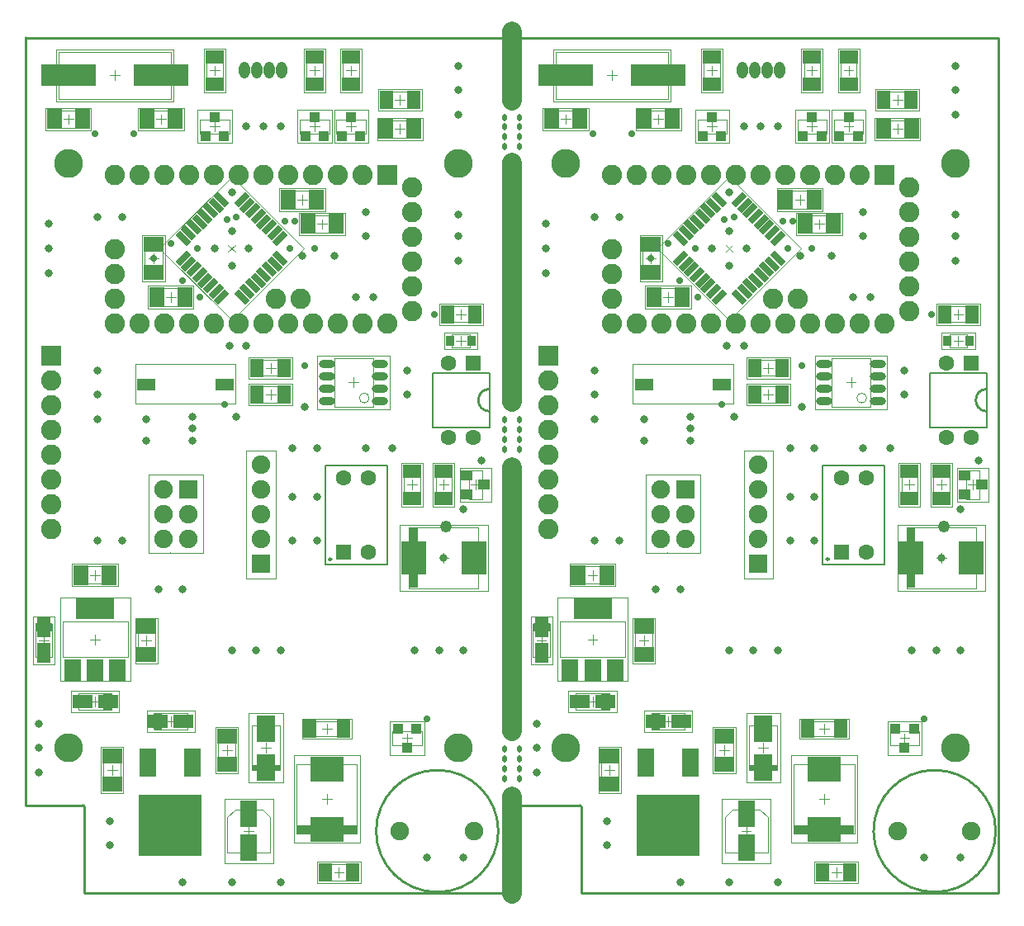
<source format=gts>
G04*
G04 #@! TF.GenerationSoftware,Altium Limited,Altium Designer,21.3.2 (30)*
G04*
G04 Layer_Color=8388736*
%FSLAX25Y25*%
%MOIN*%
G70*
G04*
G04 #@! TF.SameCoordinates,2132C70D-00E6-48B3-8683-B54ED86332B3*
G04*
G04*
G04 #@! TF.FilePolarity,Negative*
G04*
G01*
G75*
%ADD36C,0.01000*%
%ADD38C,0.00394*%
%ADD39C,0.00787*%
%ADD40C,0.07874*%
%ADD41C,0.01968*%
%ADD42R,0.03307X0.06692*%
%ADD43R,0.06692X0.03307*%
%ADD44R,0.03765X0.24488*%
%ADD45R,0.24488X0.03765*%
%ADD46R,0.11496X0.02436*%
%ADD47R,0.24488X0.03765*%
%ADD48C,0.00197*%
%ADD67R,0.05918X0.07887*%
%ADD68R,0.22453X0.08674*%
%ADD69R,0.07480X0.04724*%
%ADD70R,0.07887X0.05918*%
%ADD71R,0.07099X0.10642*%
%ADD72R,0.07887X0.05642*%
%ADD73R,0.05642X0.07887*%
%ADD74R,0.10446X0.13202*%
%ADD75R,0.13202X0.10446*%
%ADD76R,0.07493X0.10642*%
%ADD77R,0.03261X0.04068*%
%ADD78R,0.05721X0.07296*%
%ADD79O,0.06509X0.03162*%
%ADD80R,0.04627X0.03958*%
%ADD81R,0.06706X0.08674*%
%ADD82R,0.15761X0.08674*%
%ADD83R,0.03950X0.04343*%
%ADD84R,0.07296X0.05524*%
%ADD85R,0.05524X0.07296*%
%ADD86R,0.25603X0.24816*%
%ADD87R,0.06706X0.11824*%
G04:AMPARAMS|DCode=88|XSize=25.59mil|YSize=62.99mil|CornerRadius=0mil|HoleSize=0mil|Usage=FLASHONLY|Rotation=225.000|XOffset=0mil|YOffset=0mil|HoleType=Round|Shape=Rectangle|*
%AMROTATEDRECTD88*
4,1,4,-0.01322,0.03132,0.03132,-0.01322,0.01322,-0.03132,-0.03132,0.01322,-0.01322,0.03132,0.0*
%
%ADD88ROTATEDRECTD88*%

G04:AMPARAMS|DCode=89|XSize=25.59mil|YSize=62.99mil|CornerRadius=0mil|HoleSize=0mil|Usage=FLASHONLY|Rotation=315.000|XOffset=0mil|YOffset=0mil|HoleType=Round|Shape=Rectangle|*
%AMROTATEDRECTD89*
4,1,4,-0.03132,-0.01322,0.01322,0.03132,0.03132,0.01322,-0.01322,-0.03132,-0.03132,-0.01322,0.0*
%
%ADD89ROTATEDRECTD89*%

%ADD90C,0.08200*%
%ADD91R,0.08200X0.08200*%
%ADD92C,0.07493*%
%ADD93C,0.06312*%
%ADD94R,0.06312X0.06312*%
%ADD95O,0.04343X0.06706*%
%ADD96R,0.07493X0.07493*%
%ADD97R,0.08200X0.08200*%
%ADD98C,0.11627*%
%ADD99C,0.02800*%
%ADD100C,0.03300*%
%ADD101C,0.04800*%
D36*
X191282Y25589D02*
G03*
X191282Y25492I-24648J-97D01*
G01*
X123937Y135307D02*
G03*
X123937Y135307I-500J0D01*
G01*
X392069Y25589D02*
G03*
X392070Y25492I-24648J-97D01*
G01*
X324724Y135307D02*
G03*
X324724Y135307I-500J0D01*
G01*
X224911Y35425D02*
G03*
X224421Y35915I-490J0D01*
G01*
X24128Y35437D02*
G03*
X23984Y35783I-490J0D01*
G01*
D02*
G03*
X23618Y35935I-366J-366D01*
G01*
X500Y345956D02*
Y346000D01*
Y345956D02*
X393202D01*
Y500D02*
Y345956D01*
X224911Y500D02*
X393202D01*
X224911D02*
Y35425D01*
X199505Y35915D02*
X224421D01*
X199505Y500D02*
Y35915D01*
X199500Y500D02*
X199505D01*
X24128D02*
X199500D01*
X24128D02*
Y35437D01*
X499Y35935D02*
X23618D01*
X499D02*
Y36000D01*
X500D01*
Y346000D01*
X187593Y204036D02*
G03*
X187458Y195049I166J-4497D01*
G01*
X388381Y204036D02*
G03*
X388245Y195049I166J-4497D01*
G01*
D38*
X44713Y198209D02*
X85213D01*
Y214209D01*
X44713D02*
X85213D01*
X44713Y198209D02*
Y214209D01*
X72008Y145630D02*
Y161484D01*
X50197Y169543D02*
X62008D01*
X50197Y137953D02*
Y169543D01*
X72008Y161484D02*
Y169543D01*
X58697D02*
X72102D01*
X58858Y137953D02*
Y138043D01*
X50197Y137953D02*
X72102D01*
X72008D02*
Y145630D01*
X89567Y127638D02*
Y179213D01*
X101378D01*
Y127638D02*
Y179213D01*
X89567Y127638D02*
X101378D01*
X82270Y262219D02*
X85053Y259435D01*
X82270Y259435D02*
X85053Y262219D01*
X54570Y260827D02*
X83661Y289918D01*
Y231735D02*
X112753Y260827D01*
X54570D02*
X83661Y231735D01*
Y289918D02*
X112753Y260827D01*
X245500Y198209D02*
X286000D01*
Y214209D01*
X245500D02*
X286000D01*
X245500Y198209D02*
Y214209D01*
X272795Y145630D02*
Y161484D01*
X250984Y169543D02*
X262795D01*
X250984Y137953D02*
Y169543D01*
X272795Y161484D02*
Y169543D01*
X259484D02*
X272890D01*
X259646Y137953D02*
Y138043D01*
X250984Y137953D02*
X272890D01*
X272795D02*
Y145630D01*
X290354Y127638D02*
Y179213D01*
X302165D01*
Y127638D02*
Y179213D01*
X290354Y127638D02*
X302165D01*
X283057Y262219D02*
X285841Y259435D01*
X283057Y259435D02*
X285841Y262219D01*
X255357Y260827D02*
X284449Y289918D01*
Y231735D02*
X313540Y260827D01*
X255357D02*
X284449Y231735D01*
Y289918D02*
X313540Y260827D01*
X139173Y200394D02*
G03*
X139173Y200394I-1969J0D01*
G01*
X105512Y284055D02*
X118898D01*
X105512Y276969D02*
X118898D01*
X105512D02*
Y284055D01*
X118898Y276969D02*
Y284055D01*
X59153Y321161D02*
Y340256D01*
X13681Y321161D02*
Y340256D01*
Y321161D02*
X59153D01*
X13681Y340256D02*
X59153D01*
X55709Y250197D02*
Y263583D01*
X48622Y250197D02*
Y263583D01*
X55709D01*
X48622Y250197D02*
X55709D01*
X96063Y34252D02*
X99213Y31102D01*
X81890Y16929D02*
X99213Y16732D01*
X81890Y31102D02*
X85039Y34252D01*
X96063D01*
X99213Y16732D02*
Y31102D01*
X81890Y16929D02*
Y31102D01*
X78150Y64764D02*
X85236D01*
X78150Y51378D02*
X85236D01*
Y64764D01*
X78150Y51378D02*
Y64764D01*
X52362Y66536D02*
X65807D01*
X52362Y73228D02*
X65807D01*
Y66536D02*
Y73228D01*
X52362Y66536D02*
Y73228D01*
X31890Y43504D02*
X38976D01*
X31890Y56890D02*
X38976D01*
X31890Y43504D02*
Y56890D01*
X38976Y43504D02*
Y56890D01*
X21791Y81102D02*
X35236D01*
X21791Y74410D02*
X35236D01*
X21791D02*
Y81102D01*
X35236Y74410D02*
Y81102D01*
X45669Y109055D02*
X52756D01*
X45669Y95669D02*
X52756D01*
Y109055D01*
X45669Y95669D02*
Y109055D01*
X4528Y95847D02*
Y109291D01*
X11220Y95847D02*
Y109291D01*
X4528Y95847D02*
X11220D01*
X4528Y109291D02*
X11220D01*
X35236Y125394D02*
Y132480D01*
X21850Y125394D02*
Y132480D01*
Y125394D02*
X35236D01*
X21850Y132480D02*
X35236D01*
X52362Y237598D02*
Y244685D01*
X65748Y237598D02*
Y244685D01*
X52362D02*
X65748D01*
X52362Y237598D02*
X65748D01*
X113386Y274213D02*
X126772D01*
X113386Y267126D02*
X126772D01*
X113386D02*
Y274213D01*
X126772Y267126D02*
Y274213D01*
X158268Y305512D02*
Y312598D01*
X144882Y305512D02*
Y312598D01*
Y305512D02*
X158268D01*
X144882Y312598D02*
X158268D01*
X48425Y316535D02*
X61811D01*
X48425Y309449D02*
X61811D01*
X48425D02*
Y316535D01*
X61811Y309449D02*
Y316535D01*
X11024Y309449D02*
Y316535D01*
X24409Y309449D02*
Y316535D01*
X11024D02*
X24409D01*
X11024Y309449D02*
X24409D01*
X183287Y123583D02*
Y148071D01*
X155295Y123583D02*
Y148071D01*
Y123583D02*
X183287D01*
X155295Y148071D02*
X183287D01*
X109803Y24390D02*
Y52382D01*
X134291Y24390D02*
Y52382D01*
X109803Y24390D02*
X134291D01*
X109803Y52382D02*
X134291D01*
X91693Y68110D02*
X103189D01*
X91693Y50000D02*
X103189D01*
Y68110D01*
X91693Y50000D02*
Y68110D01*
X172638Y220768D02*
Y226083D01*
X179724Y220768D02*
Y226083D01*
X172638D02*
X179724D01*
X172638Y220768D02*
X179724D01*
X115945Y63878D02*
Y69980D01*
X128150Y63878D02*
Y69980D01*
X115945D02*
X128150D01*
X115945Y63878D02*
X128150D01*
X125000Y216535D02*
X140748D01*
X125000Y196850D02*
X140748D01*
X125000D02*
Y216535D01*
X140748Y196850D02*
Y216535D01*
X179331Y159449D02*
X184843D01*
X179331Y171260D02*
X184843D01*
Y159449D02*
Y171260D01*
X179331Y159449D02*
Y171260D01*
X15354Y95669D02*
X41732D01*
X15354Y110236D02*
X41732D01*
X15354Y95669D02*
Y110236D01*
X41732Y95669D02*
Y110236D01*
X148622Y60236D02*
Y65748D01*
Y60236D02*
X160433D01*
X148622Y65748D02*
X160433D01*
Y60236D02*
Y65748D01*
X82677Y307283D02*
Y312795D01*
X70866D02*
X82677D01*
X70866Y307283D02*
X82677D01*
X70866D02*
Y312795D01*
X123031Y307283D02*
Y312795D01*
X111221D02*
X123031D01*
X111221Y307283D02*
X123031D01*
X111221D02*
Y312795D01*
X137795Y307283D02*
Y312795D01*
X125984D02*
X137795D01*
X125984Y307283D02*
X137795D01*
X125984D02*
Y312795D01*
X153248Y158957D02*
Y171752D01*
X159744Y158957D02*
Y171752D01*
X153248Y158957D02*
X159744D01*
X153248Y171752D02*
X159744D01*
X169783Y237500D02*
X182579D01*
X169783Y231004D02*
X182579D01*
X169783D02*
Y237500D01*
X182579Y231004D02*
Y237500D01*
X172539Y158957D02*
Y171752D01*
X166043Y158957D02*
Y171752D01*
X172539D01*
X166043Y158957D02*
X172539D01*
X120571Y12106D02*
X133366D01*
X120571Y5610D02*
X133366D01*
X120571D02*
Y12106D01*
X133366Y5610D02*
Y12106D01*
X145177Y324114D02*
X157972D01*
X145177Y317618D02*
X157972D01*
X145177D02*
Y324114D01*
X157972Y317618D02*
Y324114D01*
X80020Y326279D02*
Y339075D01*
X73524Y326279D02*
Y339075D01*
X80020D01*
X73524Y326279D02*
X80020D01*
X120374D02*
Y339075D01*
X113878Y326279D02*
Y339075D01*
X120374D01*
X113878Y326279D02*
X120374D01*
X135138D02*
Y339075D01*
X128642Y326279D02*
Y339075D01*
X135138D01*
X128642Y326279D02*
X135138D01*
X93012Y209350D02*
X105807D01*
X93012Y215846D02*
X105807D01*
Y209350D02*
Y215846D01*
X93012Y209350D02*
Y215846D01*
Y198524D02*
X105807D01*
X93012Y205020D02*
X105807D01*
Y198524D02*
Y205020D01*
X93012Y198524D02*
Y205020D01*
X339961Y200394D02*
G03*
X339961Y200394I-1969J0D01*
G01*
X306299Y284055D02*
X319685D01*
X306299Y276969D02*
X319685D01*
X306299D02*
Y284055D01*
X319685Y276969D02*
Y284055D01*
X259941Y321161D02*
Y340256D01*
X214469Y321161D02*
Y340256D01*
Y321161D02*
X259941D01*
X214469Y340256D02*
X259941D01*
X256496Y250197D02*
Y263583D01*
X249410Y250197D02*
Y263583D01*
X256496D01*
X249410Y250197D02*
X256496D01*
X296850Y34252D02*
X300000Y31102D01*
X282677Y16929D02*
X300000Y16732D01*
X282677Y31102D02*
X285827Y34252D01*
X296850D01*
X300000Y16732D02*
Y31102D01*
X282677Y16929D02*
Y31102D01*
X278937Y64764D02*
X286024D01*
X278937Y51378D02*
X286024D01*
Y64764D01*
X278937Y51378D02*
Y64764D01*
X253150Y66536D02*
X266594D01*
X253150Y73228D02*
X266594D01*
Y66536D02*
Y73228D01*
X253150Y66536D02*
Y73228D01*
X232677Y43504D02*
X239764D01*
X232677Y56890D02*
X239764D01*
X232677Y43504D02*
Y56890D01*
X239764Y43504D02*
Y56890D01*
X222579Y81102D02*
X236024D01*
X222579Y74410D02*
X236024D01*
X222579D02*
Y81102D01*
X236024Y74410D02*
Y81102D01*
X246457Y109055D02*
X253543D01*
X246457Y95669D02*
X253543D01*
Y109055D01*
X246457Y95669D02*
Y109055D01*
X205315Y95847D02*
Y109291D01*
X212007Y95847D02*
Y109291D01*
X205315Y95847D02*
X212007D01*
X205315Y109291D02*
X212007D01*
X236024Y125394D02*
Y132480D01*
X222638Y125394D02*
Y132480D01*
Y125394D02*
X236024D01*
X222638Y132480D02*
X236024D01*
X253150Y237598D02*
Y244685D01*
X266535Y237598D02*
Y244685D01*
X253150D02*
X266535D01*
X253150Y237598D02*
X266535D01*
X314173Y274213D02*
X327559D01*
X314173Y267126D02*
X327559D01*
X314173D02*
Y274213D01*
X327559Y267126D02*
Y274213D01*
X359055Y305512D02*
Y312598D01*
X345669Y305512D02*
Y312598D01*
Y305512D02*
X359055D01*
X345669Y312598D02*
X359055D01*
X249213Y316535D02*
X262598D01*
X249213Y309449D02*
X262598D01*
X249213D02*
Y316535D01*
X262598Y309449D02*
Y316535D01*
X211811Y309449D02*
Y316535D01*
X225197Y309449D02*
Y316535D01*
X211811D02*
X225197D01*
X211811Y309449D02*
X225197D01*
X384075Y123583D02*
Y148071D01*
X356083Y123583D02*
Y148071D01*
Y123583D02*
X384075D01*
X356083Y148071D02*
X384075D01*
X310591Y24390D02*
Y52382D01*
X335079Y24390D02*
Y52382D01*
X310591Y24390D02*
X335079D01*
X310591Y52382D02*
X335079D01*
X292480Y68110D02*
X303976D01*
X292480Y50000D02*
X303976D01*
Y68110D01*
X292480Y50000D02*
Y68110D01*
X373425Y220768D02*
Y226083D01*
X380512Y220768D02*
Y226083D01*
X373425D02*
X380512D01*
X373425Y220768D02*
X380512D01*
X316732Y63878D02*
Y69980D01*
X328937Y63878D02*
Y69980D01*
X316732D02*
X328937D01*
X316732Y63878D02*
X328937D01*
X325787Y216535D02*
X341535D01*
X325787Y196850D02*
X341535D01*
X325787D02*
Y216535D01*
X341535Y196850D02*
Y216535D01*
X380118Y159449D02*
X385630D01*
X380118Y171260D02*
X385630D01*
Y159449D02*
Y171260D01*
X380118Y159449D02*
Y171260D01*
X216142Y95669D02*
X242520D01*
X216142Y110236D02*
X242520D01*
X216142Y95669D02*
Y110236D01*
X242520Y95669D02*
Y110236D01*
X349410Y60236D02*
Y65748D01*
Y60236D02*
X361221D01*
X349410Y65748D02*
X361221D01*
Y60236D02*
Y65748D01*
X283465Y307283D02*
Y312795D01*
X271654D02*
X283465D01*
X271654Y307283D02*
X283465D01*
X271654D02*
Y312795D01*
X323819Y307283D02*
Y312795D01*
X312008D02*
X323819D01*
X312008Y307283D02*
X323819D01*
X312008D02*
Y312795D01*
X338583Y307283D02*
Y312795D01*
X326772D02*
X338583D01*
X326772Y307283D02*
X338583D01*
X326772D02*
Y312795D01*
X354035Y158957D02*
Y171752D01*
X360531Y158957D02*
Y171752D01*
X354035Y158957D02*
X360531D01*
X354035Y171752D02*
X360531D01*
X370571Y237500D02*
X383366D01*
X370571Y231004D02*
X383366D01*
X370571D02*
Y237500D01*
X383366Y231004D02*
Y237500D01*
X373327Y158957D02*
Y171752D01*
X366831Y158957D02*
Y171752D01*
X373327D01*
X366831Y158957D02*
X373327D01*
X321358Y12106D02*
X334154D01*
X321358Y5610D02*
X334154D01*
X321358D02*
Y12106D01*
X334154Y5610D02*
Y12106D01*
X345965Y324114D02*
X358760D01*
X345965Y317618D02*
X358760D01*
X345965D02*
Y324114D01*
X358760Y317618D02*
Y324114D01*
X280807Y326279D02*
Y339075D01*
X274311Y326279D02*
Y339075D01*
X280807D01*
X274311Y326279D02*
X280807D01*
X321161D02*
Y339075D01*
X314665Y326279D02*
Y339075D01*
X321161D01*
X314665Y326279D02*
X321161D01*
X335925D02*
Y339075D01*
X329429Y326279D02*
Y339075D01*
X335925D01*
X329429Y326279D02*
X335925D01*
X293799Y209350D02*
X306594D01*
X293799Y215846D02*
X306594D01*
Y209350D02*
Y215846D01*
X293799Y209350D02*
Y215846D01*
Y198524D02*
X306594D01*
X293799Y205020D02*
X306594D01*
Y198524D02*
Y205020D01*
X293799Y198524D02*
Y205020D01*
X112205Y278543D02*
Y282480D01*
X110236Y280512D02*
X114173D01*
X34449Y330709D02*
X38386D01*
X36417Y328740D02*
Y332677D01*
X50197Y256890D02*
X54134D01*
X52165Y254921D02*
Y258858D01*
X90551Y23622D02*
Y27559D01*
X88583Y25591D02*
X92520D01*
X81693Y56102D02*
Y60039D01*
X79724Y58071D02*
X83661D01*
X59055Y67913D02*
Y71850D01*
X57087Y69882D02*
X61024D01*
X35433Y48228D02*
Y52165D01*
X33465Y50197D02*
X37402D01*
X28543Y75787D02*
Y79724D01*
X26575Y77756D02*
X30512D01*
X49213Y100394D02*
Y104331D01*
X47244Y102362D02*
X51181D01*
X5906Y102598D02*
X9843D01*
X7874Y100630D02*
Y104567D01*
X26575Y128937D02*
X30512D01*
X28543Y126969D02*
Y130905D01*
X57087Y241142D02*
X61024D01*
X59055Y239173D02*
Y243110D01*
X120079Y268701D02*
Y272638D01*
X118110Y270669D02*
X122047D01*
X149606Y309055D02*
X153543D01*
X151575Y307087D02*
Y311024D01*
X55118D02*
Y314961D01*
X53150Y312992D02*
X57087D01*
X15748D02*
X19685D01*
X17717Y311024D02*
Y314961D01*
X167323Y135827D02*
X171260D01*
X169291Y133858D02*
Y137795D01*
X120079Y38386D02*
X124016D01*
X122047Y36417D02*
Y40354D01*
X97441Y57087D02*
Y61024D01*
X95472Y59055D02*
X99409D01*
X174213Y223425D02*
X178150D01*
X176181Y221457D02*
Y225394D01*
X120079Y66929D02*
X124016D01*
X122047Y64961D02*
Y68898D01*
X132874Y204724D02*
Y208661D01*
X130905Y206693D02*
X134843D01*
X182087Y163386D02*
Y167323D01*
X180118Y165354D02*
X184055D01*
X28543Y100984D02*
Y104921D01*
X26575Y102953D02*
X30512D01*
X154528Y61024D02*
Y64961D01*
X152559Y62992D02*
X156496D01*
X76772Y308071D02*
Y312008D01*
X74803Y310039D02*
X78740D01*
X117126Y308071D02*
Y312008D01*
X115157Y310039D02*
X119095D01*
X131890Y308071D02*
Y312008D01*
X129921Y310039D02*
X133858D01*
X154528Y165354D02*
X158465D01*
X156496Y163386D02*
Y167323D01*
X176181Y232283D02*
Y236221D01*
X174213Y234252D02*
X178150D01*
X167323Y165354D02*
X171260D01*
X169291Y163386D02*
Y167323D01*
X126969Y6890D02*
Y10827D01*
X125000Y8858D02*
X128937D01*
X151575Y318898D02*
Y322835D01*
X149606Y320866D02*
X153543D01*
X74803Y332677D02*
X78740D01*
X76772Y330709D02*
Y334646D01*
X115157Y332677D02*
X119095D01*
X117126Y330709D02*
Y334646D01*
X129921Y332677D02*
X133858D01*
X131890Y330709D02*
Y334646D01*
X99410Y210630D02*
Y214567D01*
X97441Y212598D02*
X101378D01*
X99410Y199803D02*
Y203740D01*
X97441Y201772D02*
X101378D01*
X312992Y278543D02*
Y282480D01*
X311024Y280512D02*
X314961D01*
X235236Y330709D02*
X239173D01*
X237205Y328740D02*
Y332677D01*
X250984Y256890D02*
X254921D01*
X252953Y254921D02*
Y258858D01*
X291339Y23622D02*
Y27559D01*
X289370Y25591D02*
X293307D01*
X282480Y56102D02*
Y60039D01*
X280512Y58071D02*
X284449D01*
X259842Y67913D02*
Y71850D01*
X257874Y69882D02*
X261811D01*
X236221Y48228D02*
Y52165D01*
X234252Y50197D02*
X238189D01*
X229331Y75787D02*
Y79724D01*
X227362Y77756D02*
X231299D01*
X250000Y100394D02*
Y104331D01*
X248031Y102362D02*
X251969D01*
X206693Y102598D02*
X210630D01*
X208661Y100630D02*
Y104567D01*
X227362Y128937D02*
X231299D01*
X229331Y126969D02*
Y130905D01*
X257874Y241142D02*
X261811D01*
X259842Y239173D02*
Y243110D01*
X320866Y268701D02*
Y272638D01*
X318898Y270669D02*
X322835D01*
X350394Y309055D02*
X354331D01*
X352362Y307087D02*
Y311024D01*
X255906D02*
Y314961D01*
X253937Y312992D02*
X257874D01*
X216535D02*
X220473D01*
X218504Y311024D02*
Y314961D01*
X368110Y135827D02*
X372047D01*
X370079Y133858D02*
Y137795D01*
X320866Y38386D02*
X324803D01*
X322835Y36417D02*
Y40354D01*
X298228Y57087D02*
Y61024D01*
X296260Y59055D02*
X300197D01*
X375000Y223425D02*
X378937D01*
X376969Y221457D02*
Y225394D01*
X320866Y66929D02*
X324803D01*
X322835Y64961D02*
Y68898D01*
X333661Y204724D02*
Y208661D01*
X331693Y206693D02*
X335630D01*
X382874Y163386D02*
Y167323D01*
X380906Y165354D02*
X384842D01*
X229331Y100984D02*
Y104921D01*
X227362Y102953D02*
X231299D01*
X355315Y61024D02*
Y64961D01*
X353346Y62992D02*
X357283D01*
X277559Y308071D02*
Y312008D01*
X275590Y310039D02*
X279528D01*
X317913Y308071D02*
Y312008D01*
X315945Y310039D02*
X319882D01*
X332677Y308071D02*
Y312008D01*
X330709Y310039D02*
X334646D01*
X355315Y165354D02*
X359252D01*
X357283Y163386D02*
Y167323D01*
X376969Y232283D02*
Y236221D01*
X375000Y234252D02*
X378937D01*
X368110Y165354D02*
X372047D01*
X370079Y163386D02*
Y167323D01*
X327756Y6890D02*
Y10827D01*
X325787Y8858D02*
X329724D01*
X352362Y318898D02*
Y322835D01*
X350394Y320866D02*
X354331D01*
X275591Y332677D02*
X279528D01*
X277559Y330709D02*
Y334646D01*
X315945Y332677D02*
X319882D01*
X317913Y330709D02*
Y334646D01*
X330709Y332677D02*
X334646D01*
X332677Y330709D02*
Y334646D01*
X300197Y210630D02*
Y214567D01*
X298228Y212598D02*
X302165D01*
X300197Y199803D02*
Y203740D01*
X298228Y201772D02*
X302165D01*
D39*
X121437Y173307D02*
X146437D01*
Y133307D02*
Y173307D01*
X121437Y133307D02*
X146437D01*
X121437D02*
Y173307D01*
Y133307D02*
Y173307D01*
X322224D02*
X347224D01*
Y133307D02*
Y173307D01*
X322224Y133307D02*
X347224D01*
X322224D02*
Y173307D01*
Y133307D02*
Y173307D01*
X164760Y188567D02*
Y210567D01*
Y188567D02*
X187760D01*
X164760Y210567D02*
X187760D01*
Y188567D02*
Y210567D01*
X365547Y188567D02*
Y210567D01*
Y188567D02*
X388547D01*
X365547Y210567D02*
X388547D01*
Y188567D02*
Y210567D01*
D40*
X196850Y0D02*
Y39370D01*
X196883Y65927D02*
Y172424D01*
X196850Y198819D02*
Y295472D01*
Y198819D02*
Y295472D01*
X196845Y320500D02*
Y348500D01*
D41*
X199803Y46244D02*
Y47244D01*
Y50181D02*
Y51181D01*
Y54118D02*
Y55118D01*
Y58055D02*
Y59055D01*
X193898Y58055D02*
Y59055D01*
Y54118D02*
Y55118D01*
Y50181D02*
Y51181D01*
Y46244D02*
Y47244D01*
X199836Y179207D02*
Y180207D01*
Y183144D02*
Y184144D01*
Y187081D02*
Y188081D01*
Y191018D02*
Y192018D01*
X193931Y191018D02*
Y192018D01*
Y187081D02*
Y188081D01*
Y183144D02*
Y184144D01*
Y179207D02*
Y180207D01*
X199803Y313280D02*
Y314280D01*
Y309343D02*
Y310343D01*
Y305405D02*
Y306405D01*
Y301468D02*
Y302468D01*
X193898Y301468D02*
Y302468D01*
Y305405D02*
Y306405D01*
Y309343D02*
Y310343D01*
Y313280D02*
Y314280D01*
D42*
X53959Y69881D02*
D03*
X33640Y77755D02*
D03*
X254746Y69881D02*
D03*
X234427Y77755D02*
D03*
D43*
X7873Y107696D02*
D03*
X208661D02*
D03*
D44*
X157178Y135827D02*
D03*
X357965D02*
D03*
D45*
X122047Y26272D02*
D03*
D46*
X97443Y51219D02*
D03*
X298231D02*
D03*
D47*
X322835Y26272D02*
D03*
D48*
X102953Y285039D02*
X121457D01*
X102953Y275984D02*
X121457D01*
X102953D02*
Y285039D01*
X121457Y275984D02*
Y285039D01*
X60138Y320177D02*
Y341240D01*
X12697Y320177D02*
Y341240D01*
Y320177D02*
X60138D01*
X12697Y341240D02*
X60138D01*
X56693Y247638D02*
Y266142D01*
X47638Y247638D02*
Y266142D01*
X56693D01*
X47638Y247638D02*
X56693D01*
X80709Y38583D02*
X100394D01*
X80709Y12598D02*
X100394D01*
Y38583D01*
X80709Y12598D02*
Y38583D01*
X77165Y67323D02*
X86221D01*
X77165Y48819D02*
X86221D01*
Y67323D01*
X77165Y48819D02*
Y67323D01*
X49370Y65551D02*
Y74213D01*
Y65551D02*
X68740D01*
X49370Y74213D02*
X68740D01*
Y65551D02*
Y74213D01*
X30906Y40945D02*
X39961D01*
X30906Y59449D02*
X39961D01*
X30906Y40945D02*
Y59449D01*
X39961Y40945D02*
Y59449D01*
X38228Y73425D02*
Y82087D01*
X18858D02*
X38228D01*
X18858Y73425D02*
X38228D01*
X18858D02*
Y82087D01*
X44685Y111614D02*
X53740D01*
X44685Y93110D02*
X53740D01*
Y111614D01*
X44685Y93110D02*
Y111614D01*
X3543Y112284D02*
X12205D01*
X3543Y92913D02*
Y112284D01*
X12205Y92913D02*
Y112284D01*
X3543Y92913D02*
X12205D01*
X37795Y124409D02*
Y133465D01*
X19291Y124409D02*
Y133465D01*
Y124409D02*
X37795D01*
X19291Y133465D02*
X37795D01*
X49803Y236614D02*
Y245669D01*
X68307Y236614D02*
Y245669D01*
X49803D02*
X68307D01*
X49803Y236614D02*
X68307D01*
X110827Y275197D02*
X129331D01*
X110827Y266142D02*
X129331D01*
X110827D02*
Y275197D01*
X129331Y266142D02*
Y275197D01*
X160827Y304528D02*
Y313583D01*
X142323Y304528D02*
Y313583D01*
Y304528D02*
X160827D01*
X142323Y313583D02*
X160827D01*
X45866Y317520D02*
X64370D01*
X45866Y308465D02*
X64370D01*
X45866D02*
Y317520D01*
X64370Y308465D02*
Y317520D01*
X8465Y308465D02*
Y317520D01*
X26969Y308465D02*
Y317520D01*
X8465D02*
X26969D01*
X8465Y308465D02*
X26969D01*
X187008Y122441D02*
Y149213D01*
X151575Y122441D02*
Y149213D01*
Y122441D02*
X187008D01*
X151575Y149213D02*
X187008D01*
X108661Y20669D02*
Y56102D01*
X135433Y20669D02*
Y56102D01*
X108661Y20669D02*
X135433D01*
X108661Y56102D02*
X135433D01*
X90551Y73055D02*
X104331D01*
X90551Y45055D02*
X104331D01*
Y73055D01*
X90551Y45055D02*
Y73055D01*
X169488Y220079D02*
Y226772D01*
X182874Y220079D02*
Y226772D01*
X169488D02*
X182874D01*
X169488Y220079D02*
X182874D01*
X112008Y62894D02*
Y70965D01*
X132087Y62894D02*
Y70965D01*
X112008D02*
X132087D01*
X112008Y62894D02*
X132087D01*
X118307Y217520D02*
X147441D01*
X118307Y195866D02*
X147441D01*
X118307D02*
Y217520D01*
X147441Y195866D02*
Y217520D01*
X175787Y158465D02*
X188386D01*
X175787Y172244D02*
X188386D01*
Y158465D02*
Y172244D01*
X175787Y158465D02*
Y172244D01*
X14370Y86221D02*
X42717D01*
X14370Y119685D02*
X42717D01*
X14370Y86221D02*
Y119685D01*
X42717Y86221D02*
Y119685D01*
X147638Y69685D02*
X161417D01*
X147638Y56299D02*
X161417D01*
Y69685D01*
X147638Y56299D02*
Y69685D01*
X69882Y303346D02*
X83661D01*
X69882Y316732D02*
X83661D01*
X69882Y303346D02*
Y316732D01*
X83661Y303346D02*
Y316732D01*
X110236Y303346D02*
X124016D01*
X110236Y316732D02*
X124016D01*
X110236Y303346D02*
Y316732D01*
X124016Y303346D02*
Y316732D01*
X125000Y303346D02*
X138779D01*
X125000Y316732D02*
X138779D01*
X125000Y303346D02*
Y316732D01*
X138779Y303346D02*
Y316732D01*
X152165Y156496D02*
Y174213D01*
X160827Y156496D02*
Y174213D01*
X152165Y156496D02*
X160827D01*
X152165Y174213D02*
X160827D01*
X167323Y238583D02*
X185039D01*
X167323Y229921D02*
X185039D01*
X167323D02*
Y238583D01*
X185039Y229921D02*
Y238583D01*
X173622Y156496D02*
Y174213D01*
X164961Y156496D02*
Y174213D01*
X173622D01*
X164961Y156496D02*
X173622D01*
X118110Y13189D02*
X135827D01*
X118110Y4528D02*
X135827D01*
X118110D02*
Y13189D01*
X135827Y4528D02*
Y13189D01*
X142717Y325197D02*
X160433D01*
X142717Y316535D02*
X160433D01*
X142717D02*
Y325197D01*
X160433Y316535D02*
Y325197D01*
X81102Y323819D02*
Y341535D01*
X72441Y323819D02*
Y341535D01*
X81102D01*
X72441Y323819D02*
X81102D01*
X121457D02*
Y341535D01*
X112795Y323819D02*
Y341535D01*
X121457D01*
X112795Y323819D02*
X121457D01*
X136221D02*
Y341535D01*
X127559Y323819D02*
Y341535D01*
X136221D01*
X127559Y323819D02*
X136221D01*
X90551Y208268D02*
X108268D01*
X90551Y216929D02*
X108268D01*
Y208268D02*
Y216929D01*
X90551Y208268D02*
Y216929D01*
Y197441D02*
X108268D01*
X90551Y206102D02*
X108268D01*
Y197441D02*
Y206102D01*
X90551Y197441D02*
Y206102D01*
X303740Y285039D02*
X322244D01*
X303740Y275984D02*
X322244D01*
X303740D02*
Y285039D01*
X322244Y275984D02*
Y285039D01*
X260925Y320177D02*
Y341240D01*
X213484Y320177D02*
Y341240D01*
Y320177D02*
X260925D01*
X213484Y341240D02*
X260925D01*
X257480Y247638D02*
Y266142D01*
X248425Y247638D02*
Y266142D01*
X257480D01*
X248425Y247638D02*
X257480D01*
X281496Y38583D02*
X301181D01*
X281496Y12598D02*
X301181D01*
Y38583D01*
X281496Y12598D02*
Y38583D01*
X277953Y67323D02*
X287008D01*
X277953Y48819D02*
X287008D01*
Y67323D01*
X277953Y48819D02*
Y67323D01*
X250157Y65551D02*
Y74213D01*
Y65551D02*
X269528D01*
X250157Y74213D02*
X269528D01*
Y65551D02*
Y74213D01*
X231693Y40945D02*
X240748D01*
X231693Y59449D02*
X240748D01*
X231693Y40945D02*
Y59449D01*
X240748Y40945D02*
Y59449D01*
X239016Y73425D02*
Y82087D01*
X219646D02*
X239016D01*
X219646Y73425D02*
X239016D01*
X219646D02*
Y82087D01*
X245472Y111614D02*
X254528D01*
X245472Y93110D02*
X254528D01*
Y111614D01*
X245472Y93110D02*
Y111614D01*
X204331Y112284D02*
X212992D01*
X204331Y92913D02*
Y112284D01*
X212992Y92913D02*
Y112284D01*
X204331Y92913D02*
X212992D01*
X238583Y124409D02*
Y133465D01*
X220079Y124409D02*
Y133465D01*
Y124409D02*
X238583D01*
X220079Y133465D02*
X238583D01*
X250591Y236614D02*
Y245669D01*
X269094Y236614D02*
Y245669D01*
X250591D02*
X269094D01*
X250591Y236614D02*
X269094D01*
X311614Y275197D02*
X330118D01*
X311614Y266142D02*
X330118D01*
X311614D02*
Y275197D01*
X330118Y266142D02*
Y275197D01*
X361614Y304528D02*
Y313583D01*
X343110Y304528D02*
Y313583D01*
Y304528D02*
X361614D01*
X343110Y313583D02*
X361614D01*
X246654Y317520D02*
X265158D01*
X246654Y308465D02*
X265158D01*
X246654D02*
Y317520D01*
X265158Y308465D02*
Y317520D01*
X209252Y308465D02*
Y317520D01*
X227756Y308465D02*
Y317520D01*
X209252D02*
X227756D01*
X209252Y308465D02*
X227756D01*
X387795Y122441D02*
Y149213D01*
X352362Y122441D02*
Y149213D01*
Y122441D02*
X387795D01*
X352362Y149213D02*
X387795D01*
X309449Y20669D02*
Y56102D01*
X336221Y20669D02*
Y56102D01*
X309449Y20669D02*
X336221D01*
X309449Y56102D02*
X336221D01*
X291339Y73055D02*
X305118D01*
X291339Y45055D02*
X305118D01*
Y73055D01*
X291339Y45055D02*
Y73055D01*
X370276Y220079D02*
Y226772D01*
X383661Y220079D02*
Y226772D01*
X370276D02*
X383661D01*
X370276Y220079D02*
X383661D01*
X312795Y62894D02*
Y70965D01*
X332874Y62894D02*
Y70965D01*
X312795D02*
X332874D01*
X312795Y62894D02*
X332874D01*
X319094Y217520D02*
X348228D01*
X319094Y195866D02*
X348228D01*
X319094D02*
Y217520D01*
X348228Y195866D02*
Y217520D01*
X376575Y158465D02*
X389173D01*
X376575Y172244D02*
X389173D01*
Y158465D02*
Y172244D01*
X376575Y158465D02*
Y172244D01*
X215158Y86221D02*
X243504D01*
X215158Y119685D02*
X243504D01*
X215158Y86221D02*
Y119685D01*
X243504Y86221D02*
Y119685D01*
X348425Y69685D02*
X362205D01*
X348425Y56299D02*
X362205D01*
Y69685D01*
X348425Y56299D02*
Y69685D01*
X270669Y303346D02*
X284449D01*
X270669Y316732D02*
X284449D01*
X270669Y303346D02*
Y316732D01*
X284449Y303346D02*
Y316732D01*
X311024Y303346D02*
X324803D01*
X311024Y316732D02*
X324803D01*
X311024Y303346D02*
Y316732D01*
X324803Y303346D02*
Y316732D01*
X325787Y303346D02*
X339567D01*
X325787Y316732D02*
X339567D01*
X325787Y303346D02*
Y316732D01*
X339567Y303346D02*
Y316732D01*
X352953Y156496D02*
Y174213D01*
X361614Y156496D02*
Y174213D01*
X352953Y156496D02*
X361614D01*
X352953Y174213D02*
X361614D01*
X368110Y238583D02*
X385827D01*
X368110Y229921D02*
X385827D01*
X368110D02*
Y238583D01*
X385827Y229921D02*
Y238583D01*
X374410Y156496D02*
Y174213D01*
X365748Y156496D02*
Y174213D01*
X374410D01*
X365748Y156496D02*
X374410D01*
X318898Y13189D02*
X336614D01*
X318898Y4528D02*
X336614D01*
X318898D02*
Y13189D01*
X336614Y4528D02*
Y13189D01*
X343504Y325197D02*
X361221D01*
X343504Y316535D02*
X361221D01*
X343504D02*
Y325197D01*
X361221Y316535D02*
Y325197D01*
X281890Y323819D02*
Y341535D01*
X273228Y323819D02*
Y341535D01*
X281890D01*
X273228Y323819D02*
X281890D01*
X322244D02*
Y341535D01*
X313583Y323819D02*
Y341535D01*
X322244D01*
X313583Y323819D02*
X322244D01*
X337008D02*
Y341535D01*
X328346Y323819D02*
Y341535D01*
X337008D01*
X328346Y323819D02*
X337008D01*
X291339Y208268D02*
X309055D01*
X291339Y216929D02*
X309055D01*
Y208268D02*
Y216929D01*
X291339Y208268D02*
Y216929D01*
Y197441D02*
X309055D01*
X291339Y206102D02*
X309055D01*
Y197441D02*
Y206102D01*
X291339Y197441D02*
Y206102D01*
D67*
X106496Y280512D02*
D03*
X117913D02*
D03*
X34252Y128937D02*
D03*
X22835D02*
D03*
X53347Y241142D02*
D03*
X64764D02*
D03*
X114370Y270669D02*
D03*
X125787D02*
D03*
X157283Y309055D02*
D03*
X145866D02*
D03*
X49409Y312992D02*
D03*
X60827D02*
D03*
X12008D02*
D03*
X23425D02*
D03*
X307283Y280512D02*
D03*
X318701D02*
D03*
X235039Y128937D02*
D03*
X223622D02*
D03*
X254134Y241142D02*
D03*
X265551D02*
D03*
X315158Y270669D02*
D03*
X326575D02*
D03*
X358071Y309055D02*
D03*
X346654D02*
D03*
X250197Y312992D02*
D03*
X261614D02*
D03*
X212795D02*
D03*
X224213D02*
D03*
D68*
X17717Y330709D02*
D03*
X55118D02*
D03*
X218504D02*
D03*
X255906D02*
D03*
D69*
X49213Y205709D02*
D03*
X80709D02*
D03*
X250000D02*
D03*
X281496D02*
D03*
D70*
X52165Y262598D02*
D03*
Y251181D02*
D03*
X81693Y63779D02*
D03*
Y52362D02*
D03*
X35433Y44488D02*
D03*
Y55905D02*
D03*
X49213Y108071D02*
D03*
Y96653D02*
D03*
X252953Y262598D02*
D03*
Y251181D02*
D03*
X282480Y63779D02*
D03*
Y52362D02*
D03*
X236221Y44488D02*
D03*
Y55905D02*
D03*
X250000Y108071D02*
D03*
Y96653D02*
D03*
D71*
X90551Y32480D02*
D03*
Y18701D02*
D03*
X291339Y32480D02*
D03*
Y18701D02*
D03*
D72*
X64213Y69882D02*
D03*
X53898D02*
D03*
X23386Y77756D02*
D03*
X33701D02*
D03*
X265000Y69882D02*
D03*
X254685D02*
D03*
X224173Y77756D02*
D03*
X234488D02*
D03*
D73*
X7874Y97441D02*
D03*
Y107756D02*
D03*
X208661Y97441D02*
D03*
Y107756D02*
D03*
D74*
X181496Y135827D02*
D03*
X157087D02*
D03*
X382283D02*
D03*
X357874D02*
D03*
D75*
X122047Y26181D02*
D03*
Y50591D02*
D03*
X322835Y26181D02*
D03*
Y50591D02*
D03*
D76*
X97441Y66929D02*
D03*
Y51181D02*
D03*
X298228Y66929D02*
D03*
Y51181D02*
D03*
D77*
X171801Y223425D02*
D03*
X180561D02*
D03*
X372589D02*
D03*
X381348D02*
D03*
D78*
X115256Y66929D02*
D03*
X128839D02*
D03*
X316043D02*
D03*
X329626D02*
D03*
D79*
X122146Y214193D02*
D03*
Y209193D02*
D03*
Y204193D02*
D03*
Y199193D02*
D03*
X143602Y214193D02*
D03*
Y209193D02*
D03*
Y204193D02*
D03*
Y199193D02*
D03*
X322933Y214193D02*
D03*
Y209193D02*
D03*
Y204193D02*
D03*
Y199193D02*
D03*
X344390Y214193D02*
D03*
Y209193D02*
D03*
Y204193D02*
D03*
Y199193D02*
D03*
D80*
X185571Y165354D02*
D03*
X178602Y161614D02*
D03*
Y169095D02*
D03*
X386358Y165354D02*
D03*
X379390Y161614D02*
D03*
Y169095D02*
D03*
D81*
X19488Y90551D02*
D03*
X28543D02*
D03*
X37598D02*
D03*
X220276D02*
D03*
X229331D02*
D03*
X238386D02*
D03*
D82*
X28543Y115354D02*
D03*
X229331D02*
D03*
D83*
X158268Y66929D02*
D03*
X150787D02*
D03*
X154528Y59055D02*
D03*
X73032Y306102D02*
D03*
X80512D02*
D03*
X76772Y313976D02*
D03*
X113386Y306102D02*
D03*
X120866D02*
D03*
X117126Y313976D02*
D03*
X128150Y306102D02*
D03*
X135630D02*
D03*
X131890Y313976D02*
D03*
X359055Y66929D02*
D03*
X351575D02*
D03*
X355315Y59055D02*
D03*
X273819Y306102D02*
D03*
X281299D02*
D03*
X277559Y313976D02*
D03*
X314173Y306102D02*
D03*
X321654D02*
D03*
X317913Y313976D02*
D03*
X328937Y306102D02*
D03*
X336417D02*
D03*
X332677Y313976D02*
D03*
D84*
X156496Y159843D02*
D03*
Y170866D02*
D03*
X169291D02*
D03*
Y159843D02*
D03*
X76772Y338189D02*
D03*
Y327165D02*
D03*
X117126Y338189D02*
D03*
Y327165D02*
D03*
X131890Y338189D02*
D03*
Y327165D02*
D03*
X357283Y159843D02*
D03*
Y170866D02*
D03*
X370079D02*
D03*
Y159843D02*
D03*
X277559Y338189D02*
D03*
Y327165D02*
D03*
X317913Y338189D02*
D03*
Y327165D02*
D03*
X332677Y338189D02*
D03*
Y327165D02*
D03*
D85*
X170669Y234252D02*
D03*
X181693D02*
D03*
X121457Y8858D02*
D03*
X132480D02*
D03*
X146063Y320866D02*
D03*
X157087D02*
D03*
X104921Y212598D02*
D03*
X93898D02*
D03*
X104921Y201772D02*
D03*
X93898D02*
D03*
X371457Y234252D02*
D03*
X382480D02*
D03*
X322244Y8858D02*
D03*
X333268D02*
D03*
X346850Y320866D02*
D03*
X357874D02*
D03*
X305709Y212598D02*
D03*
X294685D02*
D03*
X305709Y201772D02*
D03*
X294685D02*
D03*
D86*
X58913Y27756D02*
D03*
X259701D02*
D03*
D87*
X67913Y53150D02*
D03*
X49913D02*
D03*
X268701D02*
D03*
X250701D02*
D03*
D88*
X103288Y256790D02*
D03*
X101061Y254563D02*
D03*
X98834Y252336D02*
D03*
X96606Y250109D02*
D03*
X94379Y247882D02*
D03*
X92152Y245655D02*
D03*
X89925Y243427D02*
D03*
X87698Y241200D02*
D03*
X64035Y264863D02*
D03*
X66262Y267091D02*
D03*
X68489Y269318D02*
D03*
X70716Y271545D02*
D03*
X72944Y273772D02*
D03*
X75171Y275999D02*
D03*
X77398Y278226D02*
D03*
X79625Y280453D02*
D03*
X304075Y256790D02*
D03*
X301848Y254563D02*
D03*
X299621Y252336D02*
D03*
X297394Y250109D02*
D03*
X295167Y247882D02*
D03*
X292940Y245655D02*
D03*
X290713Y243427D02*
D03*
X288486Y241200D02*
D03*
X264822Y264863D02*
D03*
X267050Y267091D02*
D03*
X269277Y269318D02*
D03*
X271504Y271545D02*
D03*
X273731Y273772D02*
D03*
X275958Y275999D02*
D03*
X278185Y278226D02*
D03*
X280412Y280453D02*
D03*
D89*
X79625Y241200D02*
D03*
X77398Y243427D02*
D03*
X75171Y245655D02*
D03*
X72944Y247882D02*
D03*
X70716Y250109D02*
D03*
X68489Y252336D02*
D03*
X66262Y254563D02*
D03*
X64035Y256790D02*
D03*
X87698Y280453D02*
D03*
X89925Y278226D02*
D03*
X92152Y275999D02*
D03*
X94379Y273772D02*
D03*
X96606Y271545D02*
D03*
X98834Y269318D02*
D03*
X101061Y267091D02*
D03*
X103288Y264863D02*
D03*
X280412Y241200D02*
D03*
X278185Y243427D02*
D03*
X275958Y245655D02*
D03*
X273731Y247882D02*
D03*
X271504Y250109D02*
D03*
X269277Y252336D02*
D03*
X267050Y254563D02*
D03*
X264822Y256790D02*
D03*
X288486Y280453D02*
D03*
X290713Y278226D02*
D03*
X292940Y275999D02*
D03*
X295167Y273772D02*
D03*
X297394Y271545D02*
D03*
X299621Y269318D02*
D03*
X301848Y267091D02*
D03*
X304075Y264863D02*
D03*
D90*
X10827Y147638D02*
D03*
Y157638D02*
D03*
Y167638D02*
D03*
Y177638D02*
D03*
Y187638D02*
D03*
Y197638D02*
D03*
Y207638D02*
D03*
X136417Y290354D02*
D03*
X126417D02*
D03*
X116417D02*
D03*
X106417D02*
D03*
X96417D02*
D03*
X86417D02*
D03*
X76417D02*
D03*
X66417D02*
D03*
X56417D02*
D03*
X46417D02*
D03*
X36417D02*
D03*
Y230354D02*
D03*
X46417D02*
D03*
X56417D02*
D03*
X66417D02*
D03*
X76417D02*
D03*
X86417D02*
D03*
X96417D02*
D03*
X106417D02*
D03*
X116417D02*
D03*
X126417D02*
D03*
X136417D02*
D03*
X146417D02*
D03*
X156417Y235354D02*
D03*
Y245354D02*
D03*
Y255354D02*
D03*
Y265354D02*
D03*
Y275354D02*
D03*
Y285354D02*
D03*
X36417Y240354D02*
D03*
Y250354D02*
D03*
Y260354D02*
D03*
X101417Y240354D02*
D03*
X111417D02*
D03*
X211614Y147638D02*
D03*
Y157638D02*
D03*
Y167638D02*
D03*
Y177638D02*
D03*
Y187638D02*
D03*
Y197638D02*
D03*
Y207638D02*
D03*
X337205Y290354D02*
D03*
X327205D02*
D03*
X317205D02*
D03*
X307205D02*
D03*
X297205D02*
D03*
X287205D02*
D03*
X277205D02*
D03*
X267205D02*
D03*
X257205D02*
D03*
X247205D02*
D03*
X237205D02*
D03*
Y230354D02*
D03*
X247205D02*
D03*
X257205D02*
D03*
X267205D02*
D03*
X277205D02*
D03*
X287205D02*
D03*
X297205D02*
D03*
X307205D02*
D03*
X317205D02*
D03*
X327205D02*
D03*
X337205D02*
D03*
X347205D02*
D03*
X357205Y235354D02*
D03*
Y245354D02*
D03*
Y255354D02*
D03*
Y265354D02*
D03*
Y275354D02*
D03*
Y285354D02*
D03*
X237205Y240354D02*
D03*
Y250354D02*
D03*
Y260354D02*
D03*
X302205Y240354D02*
D03*
X312205D02*
D03*
D91*
X10827Y217638D02*
D03*
X211614D02*
D03*
D92*
X181496Y25591D02*
D03*
X151575D02*
D03*
X56102Y163543D02*
D03*
Y153543D02*
D03*
Y143543D02*
D03*
X66102Y153543D02*
D03*
Y143543D02*
D03*
X95472Y173543D02*
D03*
Y163543D02*
D03*
Y143543D02*
D03*
Y153543D02*
D03*
X382283Y25591D02*
D03*
X352362D02*
D03*
X256890Y163543D02*
D03*
Y153543D02*
D03*
Y143543D02*
D03*
X266890Y153543D02*
D03*
Y143543D02*
D03*
X296260Y173543D02*
D03*
Y163543D02*
D03*
Y143543D02*
D03*
Y153543D02*
D03*
D93*
X171260Y184567D02*
D03*
X181260D02*
D03*
X171260Y214567D02*
D03*
X138937Y138307D02*
D03*
X128937Y168307D02*
D03*
X138937D02*
D03*
X372047Y184567D02*
D03*
X382047D02*
D03*
X372047Y214567D02*
D03*
X339724Y138307D02*
D03*
X329724Y168307D02*
D03*
X339724D02*
D03*
D94*
X181260Y214567D02*
D03*
X128937Y138307D02*
D03*
X382047Y214567D02*
D03*
X329724Y138307D02*
D03*
D95*
X98957Y332677D02*
D03*
X93957D02*
D03*
X88957D02*
D03*
X103957D02*
D03*
X299744D02*
D03*
X294744D02*
D03*
X289744D02*
D03*
X304744D02*
D03*
D96*
X66102Y163543D02*
D03*
X95472Y133543D02*
D03*
X266890Y163543D02*
D03*
X296260Y133543D02*
D03*
D97*
X146417Y290354D02*
D03*
X347205D02*
D03*
D98*
X17717Y59055D02*
D03*
X175197D02*
D03*
X175197Y295276D02*
D03*
X17717D02*
D03*
X218504Y59055D02*
D03*
X375984D02*
D03*
X375984Y295276D02*
D03*
X218504D02*
D03*
D99*
X52165Y256890D02*
D03*
X59055Y262795D02*
D03*
X69882Y260827D02*
D03*
X117126D02*
D03*
X107283D02*
D03*
X105315Y271654D02*
D03*
X109252D02*
D03*
X63703Y247691D02*
D03*
X70866Y241142D02*
D03*
X28543Y307087D02*
D03*
X44291D02*
D03*
X81693Y272638D02*
D03*
X85630Y273622D02*
D03*
X162402Y70866D02*
D03*
X165354Y234252D02*
D03*
X80709Y197835D02*
D03*
X113189Y213583D02*
D03*
X252953Y256890D02*
D03*
X259842Y262795D02*
D03*
X270669Y260827D02*
D03*
X317913D02*
D03*
X308071D02*
D03*
X306102Y271654D02*
D03*
X310039D02*
D03*
X264490Y247691D02*
D03*
X271654Y241142D02*
D03*
X229331Y307087D02*
D03*
X245079D02*
D03*
X282480Y272638D02*
D03*
X286417Y273622D02*
D03*
X363189Y70866D02*
D03*
X366142Y234252D02*
D03*
X281496Y197835D02*
D03*
X313976Y213583D02*
D03*
D100*
X184375Y175303D02*
D03*
X89567Y221457D02*
D03*
X82677D02*
D03*
X133858Y241142D02*
D03*
X140755Y241210D02*
D03*
X154528Y201772D02*
D03*
Y211614D02*
D03*
X113189Y196850D02*
D03*
X148622Y180118D02*
D03*
X137795D02*
D03*
X177165Y155512D02*
D03*
X169291Y135827D02*
D03*
X118110Y142717D02*
D03*
X108268D02*
D03*
X118110Y180118D02*
D03*
X108268D02*
D03*
X118110Y160433D02*
D03*
X108268D02*
D03*
X177165Y98425D02*
D03*
X167323D02*
D03*
X157480D02*
D03*
X177165Y14764D02*
D03*
X162402D02*
D03*
X103347Y4921D02*
D03*
X83661D02*
D03*
X63976D02*
D03*
X34449Y19685D02*
D03*
Y29528D02*
D03*
X5906Y49213D02*
D03*
Y59055D02*
D03*
Y68898D02*
D03*
X103347Y98425D02*
D03*
X93504D02*
D03*
X83661D02*
D03*
X63976Y123031D02*
D03*
X54134D02*
D03*
X39370Y142717D02*
D03*
X29528D02*
D03*
X49213Y183071D02*
D03*
Y191929D02*
D03*
X29528D02*
D03*
Y201772D02*
D03*
Y211614D02*
D03*
X9843Y250984D02*
D03*
Y260827D02*
D03*
Y270669D02*
D03*
X29528Y273622D02*
D03*
X39370D02*
D03*
X83661Y283465D02*
D03*
X112205Y257874D02*
D03*
X125000D02*
D03*
X137795Y265748D02*
D03*
Y275590D02*
D03*
X175197Y255906D02*
D03*
Y265748D02*
D03*
Y274606D02*
D03*
Y314961D02*
D03*
Y324803D02*
D03*
Y334646D02*
D03*
X89567Y310039D02*
D03*
X96457D02*
D03*
X103347D02*
D03*
X83661Y253937D02*
D03*
X90551Y260827D02*
D03*
X83661Y267717D02*
D03*
X76772Y260827D02*
D03*
X85630Y192913D02*
D03*
X67913Y183071D02*
D03*
Y187992D02*
D03*
Y192913D02*
D03*
X385163Y175303D02*
D03*
X290354Y221457D02*
D03*
X283465D02*
D03*
X334646Y241142D02*
D03*
X341543Y241210D02*
D03*
X355315Y201772D02*
D03*
Y211614D02*
D03*
X313976Y196850D02*
D03*
X349410Y180118D02*
D03*
X338583D02*
D03*
X377953Y155512D02*
D03*
X370079Y135827D02*
D03*
X318898Y142717D02*
D03*
X309055D02*
D03*
X318898Y180118D02*
D03*
X309055D02*
D03*
X318898Y160433D02*
D03*
X309055D02*
D03*
X377953Y98425D02*
D03*
X368110D02*
D03*
X358268D02*
D03*
X377953Y14764D02*
D03*
X363189D02*
D03*
X304134Y4921D02*
D03*
X284449D02*
D03*
X264764D02*
D03*
X235236Y19685D02*
D03*
Y29528D02*
D03*
X206693Y49213D02*
D03*
Y59055D02*
D03*
Y68898D02*
D03*
X304134Y98425D02*
D03*
X294291D02*
D03*
X284449D02*
D03*
X264764Y123031D02*
D03*
X254921D02*
D03*
X240158Y142717D02*
D03*
X230315D02*
D03*
X250000Y183071D02*
D03*
Y191929D02*
D03*
X230315D02*
D03*
Y201772D02*
D03*
Y211614D02*
D03*
X210630Y250984D02*
D03*
Y260827D02*
D03*
Y270669D02*
D03*
X230315Y273622D02*
D03*
X240158D02*
D03*
X284449Y283465D02*
D03*
X312992Y257874D02*
D03*
X325787D02*
D03*
X338583Y265748D02*
D03*
Y275590D02*
D03*
X375984Y255906D02*
D03*
Y265748D02*
D03*
Y274606D02*
D03*
Y314961D02*
D03*
Y324803D02*
D03*
Y334646D02*
D03*
X290354Y310039D02*
D03*
X297244D02*
D03*
X304134D02*
D03*
X284449Y253937D02*
D03*
X291339Y260827D02*
D03*
X284449Y267717D02*
D03*
X277559Y260827D02*
D03*
X286417Y192913D02*
D03*
X268701Y183071D02*
D03*
Y187992D02*
D03*
Y192913D02*
D03*
D101*
X170276Y148622D02*
D03*
X371063D02*
D03*
M02*

</source>
